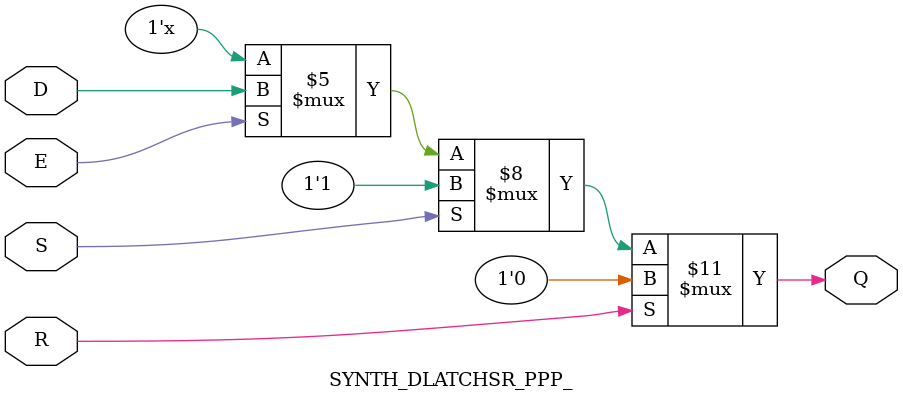
<source format=v>
/*
 *  yosys -- Yosys Open SYnthesis Suite
 *
 *  Copyright (C) 2012  Claire Xenia Wolf <claire@yosyshq.com>
 *
 *  Permission to use, copy, modify, and/or distribute this software for any
 *  purpose with or without fee is hereby granted, provided that the above
 *  copyright notice and this permission notice appear in all copies.
 *
 *  THE SOFTWARE IS PROVIDED "AS IS" AND THE AUTHOR DISCLAIMS ALL WARRANTIES
 *  WITH REGARD TO THIS SOFTWARE INCLUDING ALL IMPLIED WARRANTIES OF
 *  MERCHANTABILITY AND FITNESS. IN NO EVENT SHALL THE AUTHOR BE LIABLE FOR
 *  ANY SPECIAL, DIRECT, INDIRECT, OR CONSEQUENTIAL DAMAGES OR ANY DAMAGES
 *  WHATSOEVER RESULTING FROM LOSS OF USE, DATA OR PROFITS, WHETHER IN AN
 *  ACTION OF CONTRACT, NEGLIGENCE OR OTHER TORTIOUS ACTION, ARISING OUT OF
 *  OR IN CONNECTION WITH THE USE OR PERFORMANCE OF THIS SOFTWARE.
 *
 *  ---
 *
 *  The internal logic cell simulation library.
 *
 *  This Verilog library contains simple simulation models for the internal
 *  logic cells ($_NOT_ , $_AND_ , ...) that are generated by the default technology
 *  mapper (see "techmap.v" in this directory) and expected by the "abc" pass.
 *
 */

//  |---v---|---v---|---v---|---v---|---v---|---v---|---v---|---v---|---v---|---v---|
//-
//-     $_BUF_ (A, Y)
//-
//- A buffer. This cell type is always optimized away by the opt_clean pass.
//-
//- Truth table:    A | Y
//-                ---+---
//-                 0 | 0
//-                 1 | 1
//-
module SYNTH_BUF_ (A, Y);
input A;
output Y;
assign Y = A;
endmodule

//  |---v---|---v---|---v---|---v---|---v---|---v---|---v---|---v---|---v---|---v---|
//-
//-     $_NOT_ (A, Y)
//-
//- An inverter gate.
//-
//- Truth table:    A | Y
//-                ---+---
//-                 0 | 1
//-                 1 | 0
//-
module SYNTH_NOT_ (A, Y);
input A;
output Y;
assign Y = ~A;
endmodule

//  |---v---|---v---|---v---|---v---|---v---|---v---|---v---|---v---|---v---|---v---|
//-
//-     $_AND_ (A, B, Y)
//-
//- A 2-input AND gate.
//-
//- Truth table:    A B | Y
//-                -----+---
//-                 0 0 | 0
//-                 0 1 | 0
//-                 1 0 | 0
//-                 1 1 | 1
//-
module SYNTH_AND_ (A, B, Y);
input A, B;
output Y;
assign Y = A & B;
endmodule

//  |---v---|---v---|---v---|---v---|---v---|---v---|---v---|---v---|---v---|---v---|
//-
//-     $_NAND_ (A, B, Y)
//-
//- A 2-input NAND gate.
//-
//- Truth table:    A B | Y
//-                -----+---
//-                 0 0 | 1
//-                 0 1 | 1
//-                 1 0 | 1
//-                 1 1 | 0
//-
module SYNTH_NAND_ (A, B, Y);
input A, B;
output Y;
assign Y = ~(A & B);
endmodule

//  |---v---|---v---|---v---|---v---|---v---|---v---|---v---|---v---|---v---|---v---|
//-
//-     $_OR_ (A, B, Y)
//-
//- A 2-input OR gate.
//-
//- Truth table:    A B | Y
//-                -----+---
//-                 0 0 | 0
//-                 0 1 | 1
//-                 1 0 | 1
//-                 1 1 | 1
//-
module SYNTH_OR_ (A, B, Y);
input A, B;
output Y;
assign Y = A | B;
endmodule

//  |---v---|---v---|---v---|---v---|---v---|---v---|---v---|---v---|---v---|---v---|
//-
//-     $_NOR_ (A, B, Y)
//-
//- A 2-input NOR gate.
//-
//- Truth table:    A B | Y
//-                -----+---
//-                 0 0 | 1
//-                 0 1 | 0
//-                 1 0 | 0
//-                 1 1 | 0
//-
module SYNTH_NOR_ (A, B, Y);
input A, B;
output Y;
assign Y = ~(A | B);
endmodule

//  |---v---|---v---|---v---|---v---|---v---|---v---|---v---|---v---|---v---|---v---|
//-
//-     $_XOR_ (A, B, Y)
//-
//- A 2-input XOR gate.
//-
//- Truth table:    A B | Y
//-                -----+---
//-                 0 0 | 0
//-                 0 1 | 1
//-                 1 0 | 1
//-                 1 1 | 0
//-
module SYNTH_XOR_ (A, B, Y);
input A, B;
output Y;
assign Y = A ^ B;
endmodule

//  |---v---|---v---|---v---|---v---|---v---|---v---|---v---|---v---|---v---|---v---|
//-
//-     $_XNOR_ (A, B, Y)
//-
//- A 2-input XNOR gate.
//-
//- Truth table:    A B | Y
//-                -----+---
//-                 0 0 | 1
//-                 0 1 | 0
//-                 1 0 | 0
//-                 1 1 | 1
//-
module SYNTH_XNOR_ (A, B, Y);
input A, B;
output Y;
assign Y = ~(A ^ B);
endmodule

//  |---v---|---v---|---v---|---v---|---v---|---v---|---v---|---v---|---v---|---v---|
//-
//-     $_ANDNOT_ (A, B, Y)
//-
//- A 2-input AND-NOT gate.
//-
//- Truth table:    A B | Y
//-                -----+---
//-                 0 0 | 0
//-                 0 1 | 0
//-                 1 0 | 1
//-                 1 1 | 0
//-
module SYNTH_ANDNOT_ (A, B, Y);
input A, B;
output Y;
assign Y = A & (~B);
endmodule

//  |---v---|---v---|---v---|---v---|---v---|---v---|---v---|---v---|---v---|---v---|
//-
//-     $_ORNOT_ (A, B, Y)
//-
//- A 2-input OR-NOT gate.
//-
//- Truth table:    A B | Y
//-                -----+---
//-                 0 0 | 1
//-                 0 1 | 0
//-                 1 0 | 1
//-                 1 1 | 1
//-
module SYNTH_ORNOT_ (A, B, Y);
input A, B;
output Y;
assign Y = A | (~B);
endmodule

//  |---v---|---v---|---v---|---v---|---v---|---v---|---v---|---v---|---v---|---v---|
//-
//-     $_MUX_ (A, B, S, Y)
//-
//- A 2-input MUX gate.
//-
//- Truth table:    A B S | Y
//-                -------+---
//-                 a - 0 | a
//-                 - b 1 | b
//-
module SYNTH_MUX_ (A, B, S, Y);
input A, B, S;
output Y;
assign Y = S ? B : A;
endmodule

//  |---v---|---v---|---v---|---v---|---v---|---v---|---v---|---v---|---v---|---v---|
//-
//-     $_NMUX_ (A, B, S, Y)
//-
//- A 2-input inverting MUX gate.
//-
//- Truth table:    A B S | Y
//-                -------+---
//-                 0 - 0 | 1
//-                 1 - 0 | 0
//-                 - 0 1 | 1
//-                 - 1 1 | 0
//-
module SYNTH_NMUX_ (A, B, S, Y);
input A, B, S;
output Y;
assign Y = S ? !B : !A;
endmodule

//  |---v---|---v---|---v---|---v---|---v---|---v---|---v---|---v---|---v---|---v---|
//-
//-     $_MUX4_ (A, B, C, D, S, T, Y)
//-
//- A 4-input MUX gate.
//-
//- Truth table:    A B C D S T | Y
//-                -------------+---
//-                 a - - - 0 0 | a
//-                 - b - - 1 0 | b
//-                 - - c - 0 1 | c
//-                 - - - d 1 1 | d
//-
module SYNTH_MUX4_ (A, B, C, D, S, T, Y);
input A, B, C, D, S, T;
output Y;
assign Y = T ? (S ? D : C) :
               (S ? B : A);
endmodule

//  |---v---|---v---|---v---|---v---|---v---|---v---|---v---|---v---|---v---|---v---|
//-
//-     $_MUX8_ (A, B, C, D, E, F, G, H, S, T, U, Y)
//-
//- An 8-input MUX gate.
//-
//- Truth table:    A B C D E F G H S T U | Y
//-                -----------------------+---
//-                 a - - - - - - - 0 0 0 | a
//-                 - b - - - - - - 1 0 0 | b
//-                 - - c - - - - - 0 1 0 | c
//-                 - - - d - - - - 1 1 0 | d
//-                 - - - - e - - - 0 0 1 | e
//-                 - - - - - f - - 1 0 1 | f
//-                 - - - - - - g - 0 1 1 | g
//-                 - - - - - - - h 1 1 1 | h
//-
module SYNTH_MUX8_ (A, B, C, D, E, F, G, H, S, T, U, Y);
input A, B, C, D, E, F, G, H, S, T, U;
output Y;
assign Y = U ? T ? (S ? H : G) :
                   (S ? F : E) :
               T ? (S ? D : C) :
                   (S ? B : A);
endmodule

//  |---v---|---v---|---v---|---v---|---v---|---v---|---v---|---v---|---v---|---v---|
//-
//-     $_MUX16_ (A, B, C, D, E, F, G, H, I, J, K, L, M, N, O, P, S, T, U, V, Y)
//-
//- A 16-input MUX gate.
//-
//- Truth table:    A B C D E F G H I J K L M N O P S T U V | Y
//-                -----------------------------------------+---
//-                 a - - - - - - - - - - - - - - - 0 0 0 0 | a
//-                 - b - - - - - - - - - - - - - - 1 0 0 0 | b
//-                 - - c - - - - - - - - - - - - - 0 1 0 0 | c
//-                 - - - d - - - - - - - - - - - - 1 1 0 0 | d
//-                 - - - - e - - - - - - - - - - - 0 0 1 0 | e
//-                 - - - - - f - - - - - - - - - - 1 0 1 0 | f
//-                 - - - - - - g - - - - - - - - - 0 1 1 0 | g
//-                 - - - - - - - h - - - - - - - - 1 1 1 0 | h
//-                 - - - - - - - - i - - - - - - - 0 0 0 1 | i
//-                 - - - - - - - - - j - - - - - - 1 0 0 1 | j
//-                 - - - - - - - - - - k - - - - - 0 1 0 1 | k
//-                 - - - - - - - - - - - l - - - - 1 1 0 1 | l
//-                 - - - - - - - - - - - - m - - - 0 0 1 1 | m
//-                 - - - - - - - - - - - - - n - - 1 0 1 1 | n
//-                 - - - - - - - - - - - - - - o - 0 1 1 1 | o
//-                 - - - - - - - - - - - - - - - p 1 1 1 1 | p
//-
module SYNTH_MUX16_ (A, B, C, D, E, F, G, H, I, J, K, L, M, N, O, P, S, T, U, V, Y);
input A, B, C, D, E, F, G, H, I, J, K, L, M, N, O, P, S, T, U, V;
output Y;
assign Y = V ? U ? T ? (S ? P : O) :
                       (S ? N : M) :
                   T ? (S ? L : K) :
                       (S ? J : I) :
               U ? T ? (S ? H : G) :
                       (S ? F : E) :
                   T ? (S ? D : C) :
                       (S ? B : A);
endmodule

//  |---v---|---v---|---v---|---v---|---v---|---v---|---v---|---v---|---v---|---v---|
//-
//-     $_AOI3_ (A, B, C, Y)
//-
//- A 3-input And-Or-Invert gate.
//-
//- Truth table:    A B C | Y
//-                -------+---
//-                 0 0 0 | 1
//-                 0 0 1 | 0
//-                 0 1 0 | 1
//-                 0 1 1 | 0
//-                 1 0 0 | 1
//-                 1 0 1 | 0
//-                 1 1 0 | 0
//-                 1 1 1 | 0
//-
module SYNTH_AOI3_ (A, B, C, Y);
input A, B, C;
output Y;
assign Y = ~((A & B) | C);
endmodule

//  |---v---|---v---|---v---|---v---|---v---|---v---|---v---|---v---|---v---|---v---|
//-
//-     $_OAI3_ (A, B, C, Y)
//-
//- A 3-input Or-And-Invert gate.
//-
//- Truth table:    A B C | Y
//-                -------+---
//-                 0 0 0 | 1
//-                 0 0 1 | 1
//-                 0 1 0 | 1
//-                 0 1 1 | 0
//-                 1 0 0 | 1
//-                 1 0 1 | 0
//-                 1 1 0 | 1
//-                 1 1 1 | 0
//-
module SYNTH_OAI3_ (A, B, C, Y);
input A, B, C;
output Y;
assign Y = ~((A | B) & C);
endmodule

//  |---v---|---v---|---v---|---v---|---v---|---v---|---v---|---v---|---v---|---v---|
//-
//-     $_AOI4_ (A, B, C, Y)
//-
//- A 4-input And-Or-Invert gate.
//-
//- Truth table:    A B C D | Y
//-                ---------+---
//-                 0 0 0 0 | 1
//-                 0 0 0 1 | 1
//-                 0 0 1 0 | 1
//-                 0 0 1 1 | 0
//-                 0 1 0 0 | 1
//-                 0 1 0 1 | 1
//-                 0 1 1 0 | 1
//-                 0 1 1 1 | 0
//-                 1 0 0 0 | 1
//-                 1 0 0 1 | 1
//-                 1 0 1 0 | 1
//-                 1 0 1 1 | 0
//-                 1 1 0 0 | 0
//-                 1 1 0 1 | 0
//-                 1 1 1 0 | 0
//-                 1 1 1 1 | 0
//-
module SYNTH_AOI4_ (A, B, C, D, Y);
input A, B, C, D;
output Y;
assign Y = ~((A & B) | (C & D));
endmodule

//  |---v---|---v---|---v---|---v---|---v---|---v---|---v---|---v---|---v---|---v---|
//-
//-     $_OAI4_ (A, B, C, Y)
//-
//- A 4-input Or-And-Invert gate.
//-
//- Truth table:    A B C D | Y
//-                ---------+---
//-                 0 0 0 0 | 1
//-                 0 0 0 1 | 1
//-                 0 0 1 0 | 1
//-                 0 0 1 1 | 1
//-                 0 1 0 0 | 1
//-                 0 1 0 1 | 0
//-                 0 1 1 0 | 0
//-                 0 1 1 1 | 0
//-                 1 0 0 0 | 1
//-                 1 0 0 1 | 0
//-                 1 0 1 0 | 0
//-                 1 0 1 1 | 0
//-                 1 1 0 0 | 1
//-                 1 1 0 1 | 0
//-                 1 1 1 0 | 0
//-                 1 1 1 1 | 0
//-
module SYNTH_OAI4_ (A, B, C, D, Y);
input A, B, C, D;
output Y;
assign Y = ~((A | B) & (C | D));
endmodule

//  |---v---|---v---|---v---|---v---|---v---|---v---|---v---|---v---|---v---|---v---|
//-
//-     $_TBUF_ (A, E, Y)
//-
//- A tri-state buffer.
//-
//- Truth table:    A E | Y
//-                -----+---
//-                 a 1 | a
//-                 - 0 | z
//-
module SYNTH_TBUF_ (A, E, Y);
input A, E;
output Y;
assign Y = E ? A : 1'bz;
endmodule

// NOTE: the following cell types are autogenerated.  DO NOT EDIT them manually,
// instead edit the templates in gen_ff_types.py and rerun it.

// START AUTOGENERATED CELL TYPES

//  |---v---|---v---|---v---|---v---|---v---|---v---|---v---|---v---|---v---|---v---|
//-
//-     $_SR_NN_ (S, R, Q)
//-
//- A set-reset latch with negative polarity SET and negative polarity RESET.
//-
//- Truth table:    S R | Q
//-                -----+---
//-                 - 0 | 0
//-                 0 - | 1
//-                 - - | q
//-
module SYNTH_SR_NN_ (S, R, Q);
input S, R;
output reg Q;
always @* begin
	if (R == 0)
		Q <= 0;
	else if (S == 0)
		Q <= 1;
end
endmodule

//  |---v---|---v---|---v---|---v---|---v---|---v---|---v---|---v---|---v---|---v---|
//-
//-     $_SR_NP_ (S, R, Q)
//-
//- A set-reset latch with negative polarity SET and positive polarity RESET.
//-
//- Truth table:    S R | Q
//-                -----+---
//-                 - 1 | 0
//-                 0 - | 1
//-                 - - | q
//-
module SYNTH_SR_NP_ (S, R, Q);
input S, R;
output reg Q;
always @* begin
	if (R == 1)
		Q <= 0;
	else if (S == 0)
		Q <= 1;
end
endmodule

//  |---v---|---v---|---v---|---v---|---v---|---v---|---v---|---v---|---v---|---v---|
//-
//-     $_SR_PN_ (S, R, Q)
//-
//- A set-reset latch with positive polarity SET and negative polarity RESET.
//-
//- Truth table:    S R | Q
//-                -----+---
//-                 - 0 | 0
//-                 1 - | 1
//-                 - - | q
//-
module SYNTH_SR_PN_ (S, R, Q);
input S, R;
output reg Q;
always @* begin
	if (R == 0)
		Q <= 0;
	else if (S == 1)
		Q <= 1;
end
endmodule

//  |---v---|---v---|---v---|---v---|---v---|---v---|---v---|---v---|---v---|---v---|
//-
//-     $_SR_PP_ (S, R, Q)
//-
//- A set-reset latch with positive polarity SET and positive polarity RESET.
//-
//- Truth table:    S R | Q
//-                -----+---
//-                 - 1 | 0
//-                 1 - | 1
//-                 - - | q
//-
module SYNTH_SR_PP_ (S, R, Q);
input S, R;
output reg Q;
always @* begin
	if (R == 1)
		Q <= 0;
	else if (S == 1)
		Q <= 1;
end
endmodule

`ifdef SIMCELLS_FF
//  |---v---|---v---|---v---|---v---|---v---|---v---|---v---|---v---|---v---|---v---|
//-
//-     $_FF_ (D, Q)
//-
//- A D-type flip-flop that is clocked from the implicit global clock. (This cell
//- type is usually only used in netlists for formal verification.)
//-
module SYNTH_FF_ (D, Q);
input D;
output reg Q;
always @($global_clock) begin
	Q <= D;
end
endmodule
`endif

//  |---v---|---v---|---v---|---v---|---v---|---v---|---v---|---v---|---v---|---v---|
//-
//-     $_DFF_N_ (D, C, Q)
//-
//- A negative edge D-type flip-flop.
//-
//- Truth table:    D C | Q
//-                -----+---
//-                 d \ | d
//-                 - - | q
//-
module SYNTH_DFF_N_ (D, C, Q);
input D, C;
output reg Q;
always @(negedge C) begin
	Q <= D;
end
endmodule

//  |---v---|---v---|---v---|---v---|---v---|---v---|---v---|---v---|---v---|---v---|
//-
//-     $_DFF_P_ (D, C, Q)
//-
//- A positive edge D-type flip-flop.
//-
//- Truth table:    D C | Q
//-                -----+---
//-                 d / | d
//-                 - - | q
//-
module SYNTH_DFF_P_ (D, C, Q);
input D, C;
output reg Q;
always @(posedge C) begin
	Q <= D;
end
endmodule

//  |---v---|---v---|---v---|---v---|---v---|---v---|---v---|---v---|---v---|---v---|
//-
//-     $_DFFE_NN_ (D, C, E, Q)
//-
//- A negative edge D-type flip-flop with negative polarity enable.
//-
//- Truth table:    D C E | Q
//-                -------+---
//-                 d \ 0 | d
//-                 - - - | q
//-
module SYNTH_DFFE_NN_ (D, C, E, Q);
input D, C, E;
output reg Q;
always @(negedge C) begin
	if (!E) Q <= D;
end
endmodule

//  |---v---|---v---|---v---|---v---|---v---|---v---|---v---|---v---|---v---|---v---|
//-
//-     $_DFFE_NP_ (D, C, E, Q)
//-
//- A negative edge D-type flip-flop with positive polarity enable.
//-
//- Truth table:    D C E | Q
//-                -------+---
//-                 d \ 1 | d
//-                 - - - | q
//-
module SYNTH_DFFE_NP_ (D, C, E, Q);
input D, C, E;
output reg Q;
always @(negedge C) begin
	if (E) Q <= D;
end
endmodule

//  |---v---|---v---|---v---|---v---|---v---|---v---|---v---|---v---|---v---|---v---|
//-
//-     $_DFFE_PN_ (D, C, E, Q)
//-
//- A positive edge D-type flip-flop with negative polarity enable.
//-
//- Truth table:    D C E | Q
//-                -------+---
//-                 d / 0 | d
//-                 - - - | q
//-
module SYNTH_DFFE_PN_ (D, C, E, Q);
input D, C, E;
output reg Q;
always @(posedge C) begin
	if (!E) Q <= D;
end
endmodule

//  |---v---|---v---|---v---|---v---|---v---|---v---|---v---|---v---|---v---|---v---|
//-
//-     $_DFFE_PP_ (D, C, E, Q)
//-
//- A positive edge D-type flip-flop with positive polarity enable.
//-
//- Truth table:    D C E | Q
//-                -------+---
//-                 d / 1 | d
//-                 - - - | q
//-
module SYNTH_DFFE_PP_ (D, C, E, Q);
input D, C, E;
output reg Q;
always @(posedge C) begin
	if (E) Q <= D;
end
endmodule

//  |---v---|---v---|---v---|---v---|---v---|---v---|---v---|---v---|---v---|---v---|
//-
//-     $_DFF_NN0_ (D, C, R, Q)
//-
//- A negative edge D-type flip-flop with negative polarity reset.
//-
//- Truth table:    D C R | Q
//-                -------+---
//-                 - - 0 | 0
//-                 d \ - | d
//-                 - - - | q
//-
module SYNTH_DFF_NN0_ (D, C, R, Q);
input D, C, R;
output reg Q;
always @(negedge C or negedge R) begin
	if (R == 0)
		Q <= 0;
	else
		Q <= D;
end
endmodule

//  |---v---|---v---|---v---|---v---|---v---|---v---|---v---|---v---|---v---|---v---|
//-
//-     $_DFF_NN1_ (D, C, R, Q)
//-
//- A negative edge D-type flip-flop with negative polarity set.
//-
//- Truth table:    D C R | Q
//-                -------+---
//-                 - - 0 | 1
//-                 d \ - | d
//-                 - - - | q
//-
module SYNTH_DFF_NN1_ (D, C, R, Q);
input D, C, R;
output reg Q;
always @(negedge C or negedge R) begin
	if (R == 0)
		Q <= 1;
	else
		Q <= D;
end
endmodule

//  |---v---|---v---|---v---|---v---|---v---|---v---|---v---|---v---|---v---|---v---|
//-
//-     $_DFF_NP0_ (D, C, R, Q)
//-
//- A negative edge D-type flip-flop with positive polarity reset.
//-
//- Truth table:    D C R | Q
//-                -------+---
//-                 - - 1 | 0
//-                 d \ - | d
//-                 - - - | q
//-
module SYNTH_DFF_NP0_ (D, C, R, Q);
input D, C, R;
output reg Q;
always @(negedge C or posedge R) begin
	if (R == 1)
		Q <= 0;
	else
		Q <= D;
end
endmodule

//  |---v---|---v---|---v---|---v---|---v---|---v---|---v---|---v---|---v---|---v---|
//-
//-     $_DFF_NP1_ (D, C, R, Q)
//-
//- A negative edge D-type flip-flop with positive polarity set.
//-
//- Truth table:    D C R | Q
//-                -------+---
//-                 - - 1 | 1
//-                 d \ - | d
//-                 - - - | q
//-
module SYNTH_DFF_NP1_ (D, C, R, Q);
input D, C, R;
output reg Q;
always @(negedge C or posedge R) begin
	if (R == 1)
		Q <= 1;
	else
		Q <= D;
end
endmodule

//  |---v---|---v---|---v---|---v---|---v---|---v---|---v---|---v---|---v---|---v---|
//-
//-     $_DFF_PN0_ (D, C, R, Q)
//-
//- A positive edge D-type flip-flop with negative polarity reset.
//-
//- Truth table:    D C R | Q
//-                -------+---
//-                 - - 0 | 0
//-                 d / - | d
//-                 - - - | q
//-
module SYNTH_DFF_PN0_ (D, C, R, Q);
input D, C, R;
output reg Q;
always @(posedge C or negedge R) begin
	if (R == 0)
		Q <= 0;
	else
		Q <= D;
end
endmodule

//  |---v---|---v---|---v---|---v---|---v---|---v---|---v---|---v---|---v---|---v---|
//-
//-     $_DFF_PN1_ (D, C, R, Q)
//-
//- A positive edge D-type flip-flop with negative polarity set.
//-
//- Truth table:    D C R | Q
//-                -------+---
//-                 - - 0 | 1
//-                 d / - | d
//-                 - - - | q
//-
module SYNTH_DFF_PN1_ (D, C, R, Q);
input D, C, R;
output reg Q;
always @(posedge C or negedge R) begin
	if (R == 0)
		Q <= 1;
	else
		Q <= D;
end
endmodule

//  |---v---|---v---|---v---|---v---|---v---|---v---|---v---|---v---|---v---|---v---|
//-
//-     $_DFF_PP0_ (D, C, R, Q)
//-
//- A positive edge D-type flip-flop with positive polarity reset.
//-
//- Truth table:    D C R | Q
//-                -------+---
//-                 - - 1 | 0
//-                 d / - | d
//-                 - - - | q
//-
module SYNTH_DFF_PP0_ (D, C, R, Q);
input D, C, R;
output reg Q;
always @(posedge C or posedge R) begin
	if (R == 1)
		Q <= 0;
	else
		Q <= D;
end
endmodule

//  |---v---|---v---|---v---|---v---|---v---|---v---|---v---|---v---|---v---|---v---|
//-
//-     $_DFF_PP1_ (D, C, R, Q)
//-
//- A positive edge D-type flip-flop with positive polarity set.
//-
//- Truth table:    D C R | Q
//-                -------+---
//-                 - - 1 | 1
//-                 d / - | d
//-                 - - - | q
//-
module SYNTH_DFF_PP1_ (D, C, R, Q);
input D, C, R;
output reg Q;
always @(posedge C or posedge R) begin
	if (R == 1)
		Q <= 1;
	else
		Q <= D;
end
endmodule

//  |---v---|---v---|---v---|---v---|---v---|---v---|---v---|---v---|---v---|---v---|
//-
//-     $_DFFE_NN0N_ (D, C, R, E, Q)
//-
//- A negative edge D-type flip-flop with negative polarity reset and negative
//- polarity clock enable.
//-
//- Truth table:    D C R E | Q
//-                ---------+---
//-                 - - 0 - | 0
//-                 d \ - 0 | d
//-                 - - - - | q
//-
module SYNTH_DFFE_NN0N_ (D, C, R, E, Q);
input D, C, R, E;
output reg Q;
always @(negedge C or negedge R) begin
	if (R == 0)
		Q <= 0;
	else if (E == 0)
		Q <= D;
end
endmodule

//  |---v---|---v---|---v---|---v---|---v---|---v---|---v---|---v---|---v---|---v---|
//-
//-     $_DFFE_NN0P_ (D, C, R, E, Q)
//-
//- A negative edge D-type flip-flop with negative polarity reset and positive
//- polarity clock enable.
//-
//- Truth table:    D C R E | Q
//-                ---------+---
//-                 - - 0 - | 0
//-                 d \ - 1 | d
//-                 - - - - | q
//-
module SYNTH_DFFE_NN0P_ (D, C, R, E, Q);
input D, C, R, E;
output reg Q;
always @(negedge C or negedge R) begin
	if (R == 0)
		Q <= 0;
	else if (E == 1)
		Q <= D;
end
endmodule

//  |---v---|---v---|---v---|---v---|---v---|---v---|---v---|---v---|---v---|---v---|
//-
//-     $_DFFE_NN1N_ (D, C, R, E, Q)
//-
//- A negative edge D-type flip-flop with negative polarity set and negative
//- polarity clock enable.
//-
//- Truth table:    D C R E | Q
//-                ---------+---
//-                 - - 0 - | 1
//-                 d \ - 0 | d
//-                 - - - - | q
//-
module SYNTH_DFFE_NN1N_ (D, C, R, E, Q);
input D, C, R, E;
output reg Q;
always @(negedge C or negedge R) begin
	if (R == 0)
		Q <= 1;
	else if (E == 0)
		Q <= D;
end
endmodule

//  |---v---|---v---|---v---|---v---|---v---|---v---|---v---|---v---|---v---|---v---|
//-
//-     $_DFFE_NN1P_ (D, C, R, E, Q)
//-
//- A negative edge D-type flip-flop with negative polarity set and positive
//- polarity clock enable.
//-
//- Truth table:    D C R E | Q
//-                ---------+---
//-                 - - 0 - | 1
//-                 d \ - 1 | d
//-                 - - - - | q
//-
module SYNTH_DFFE_NN1P_ (D, C, R, E, Q);
input D, C, R, E;
output reg Q;
always @(negedge C or negedge R) begin
	if (R == 0)
		Q <= 1;
	else if (E == 1)
		Q <= D;
end
endmodule

//  |---v---|---v---|---v---|---v---|---v---|---v---|---v---|---v---|---v---|---v---|
//-
//-     $_DFFE_NP0N_ (D, C, R, E, Q)
//-
//- A negative edge D-type flip-flop with positive polarity reset and negative
//- polarity clock enable.
//-
//- Truth table:    D C R E | Q
//-                ---------+---
//-                 - - 1 - | 0
//-                 d \ - 0 | d
//-                 - - - - | q
//-
module SYNTH_DFFE_NP0N_ (D, C, R, E, Q);
input D, C, R, E;
output reg Q;
always @(negedge C or posedge R) begin
	if (R == 1)
		Q <= 0;
	else if (E == 0)
		Q <= D;
end
endmodule

//  |---v---|---v---|---v---|---v---|---v---|---v---|---v---|---v---|---v---|---v---|
//-
//-     $_DFFE_NP0P_ (D, C, R, E, Q)
//-
//- A negative edge D-type flip-flop with positive polarity reset and positive
//- polarity clock enable.
//-
//- Truth table:    D C R E | Q
//-                ---------+---
//-                 - - 1 - | 0
//-                 d \ - 1 | d
//-                 - - - - | q
//-
module SYNTH_DFFE_NP0P_ (D, C, R, E, Q);
input D, C, R, E;
output reg Q;
always @(negedge C or posedge R) begin
	if (R == 1)
		Q <= 0;
	else if (E == 1)
		Q <= D;
end
endmodule

//  |---v---|---v---|---v---|---v---|---v---|---v---|---v---|---v---|---v---|---v---|
//-
//-     $_DFFE_NP1N_ (D, C, R, E, Q)
//-
//- A negative edge D-type flip-flop with positive polarity set and negative
//- polarity clock enable.
//-
//- Truth table:    D C R E | Q
//-                ---------+---
//-                 - - 1 - | 1
//-                 d \ - 0 | d
//-                 - - - - | q
//-
module SYNTH_DFFE_NP1N_ (D, C, R, E, Q);
input D, C, R, E;
output reg Q;
always @(negedge C or posedge R) begin
	if (R == 1)
		Q <= 1;
	else if (E == 0)
		Q <= D;
end
endmodule

//  |---v---|---v---|---v---|---v---|---v---|---v---|---v---|---v---|---v---|---v---|
//-
//-     $_DFFE_NP1P_ (D, C, R, E, Q)
//-
//- A negative edge D-type flip-flop with positive polarity set and positive
//- polarity clock enable.
//-
//- Truth table:    D C R E | Q
//-                ---------+---
//-                 - - 1 - | 1
//-                 d \ - 1 | d
//-                 - - - - | q
//-
module SYNTH_DFFE_NP1P_ (D, C, R, E, Q);
input D, C, R, E;
output reg Q;
always @(negedge C or posedge R) begin
	if (R == 1)
		Q <= 1;
	else if (E == 1)
		Q <= D;
end
endmodule

//  |---v---|---v---|---v---|---v---|---v---|---v---|---v---|---v---|---v---|---v---|
//-
//-     $_DFFE_PN0N_ (D, C, R, E, Q)
//-
//- A positive edge D-type flip-flop with negative polarity reset and negative
//- polarity clock enable.
//-
//- Truth table:    D C R E | Q
//-                ---------+---
//-                 - - 0 - | 0
//-                 d / - 0 | d
//-                 - - - - | q
//-
module SYNTH_DFFE_PN0N_ (D, C, R, E, Q);
input D, C, R, E;
output reg Q;
always @(posedge C or negedge R) begin
	if (R == 0)
		Q <= 0;
	else if (E == 0)
		Q <= D;
end
endmodule

//  |---v---|---v---|---v---|---v---|---v---|---v---|---v---|---v---|---v---|---v---|
//-
//-     $_DFFE_PN0P_ (D, C, R, E, Q)
//-
//- A positive edge D-type flip-flop with negative polarity reset and positive
//- polarity clock enable.
//-
//- Truth table:    D C R E | Q
//-                ---------+---
//-                 - - 0 - | 0
//-                 d / - 1 | d
//-                 - - - - | q
//-
module SYNTH_DFFE_PN0P_ (D, C, R, E, Q);
input D, C, R, E;
output reg Q;
always @(posedge C or negedge R) begin
	if (R == 0)
		Q <= 0;
	else if (E == 1)
		Q <= D;
end
endmodule

//  |---v---|---v---|---v---|---v---|---v---|---v---|---v---|---v---|---v---|---v---|
//-
//-     $_DFFE_PN1N_ (D, C, R, E, Q)
//-
//- A positive edge D-type flip-flop with negative polarity set and negative
//- polarity clock enable.
//-
//- Truth table:    D C R E | Q
//-                ---------+---
//-                 - - 0 - | 1
//-                 d / - 0 | d
//-                 - - - - | q
//-
module SYNTH_DFFE_PN1N_ (D, C, R, E, Q);
input D, C, R, E;
output reg Q;
always @(posedge C or negedge R) begin
	if (R == 0)
		Q <= 1;
	else if (E == 0)
		Q <= D;
end
endmodule

//  |---v---|---v---|---v---|---v---|---v---|---v---|---v---|---v---|---v---|---v---|
//-
//-     $_DFFE_PN1P_ (D, C, R, E, Q)
//-
//- A positive edge D-type flip-flop with negative polarity set and positive
//- polarity clock enable.
//-
//- Truth table:    D C R E | Q
//-                ---------+---
//-                 - - 0 - | 1
//-                 d / - 1 | d
//-                 - - - - | q
//-
module SYNTH_DFFE_PN1P_ (D, C, R, E, Q);
input D, C, R, E;
output reg Q;
always @(posedge C or negedge R) begin
	if (R == 0)
		Q <= 1;
	else if (E == 1)
		Q <= D;
end
endmodule

//  |---v---|---v---|---v---|---v---|---v---|---v---|---v---|---v---|---v---|---v---|
//-
//-     $_DFFE_PP0N_ (D, C, R, E, Q)
//-
//- A positive edge D-type flip-flop with positive polarity reset and negative
//- polarity clock enable.
//-
//- Truth table:    D C R E | Q
//-                ---------+---
//-                 - - 1 - | 0
//-                 d / - 0 | d
//-                 - - - - | q
//-
module SYNTH_DFFE_PP0N_ (D, C, R, E, Q);
input D, C, R, E;
output reg Q;
always @(posedge C or posedge R) begin
	if (R == 1)
		Q <= 0;
	else if (E == 0)
		Q <= D;
end
endmodule

//  |---v---|---v---|---v---|---v---|---v---|---v---|---v---|---v---|---v---|---v---|
//-
//-     $_DFFE_PP0P_ (D, C, R, E, Q)
//-
//- A positive edge D-type flip-flop with positive polarity reset and positive
//- polarity clock enable.
//-
//- Truth table:    D C R E | Q
//-                ---------+---
//-                 - - 1 - | 0
//-                 d / - 1 | d
//-                 - - - - | q
//-
module SYNTH_DFFE_PP0P_ (D, C, R, E, Q);
input D, C, R, E;
output reg Q;
always @(posedge C or posedge R) begin
	if (R == 1)
		Q <= 0;
	else if (E == 1)
		Q <= D;
end
endmodule

//  |---v---|---v---|---v---|---v---|---v---|---v---|---v---|---v---|---v---|---v---|
//-
//-     $_DFFE_PP1N_ (D, C, R, E, Q)
//-
//- A positive edge D-type flip-flop with positive polarity set and negative
//- polarity clock enable.
//-
//- Truth table:    D C R E | Q
//-                ---------+---
//-                 - - 1 - | 1
//-                 d / - 0 | d
//-                 - - - - | q
//-
module SYNTH_DFFE_PP1N_ (D, C, R, E, Q);
input D, C, R, E;
output reg Q;
always @(posedge C or posedge R) begin
	if (R == 1)
		Q <= 1;
	else if (E == 0)
		Q <= D;
end
endmodule

//  |---v---|---v---|---v---|---v---|---v---|---v---|---v---|---v---|---v---|---v---|
//-
//-     $_DFFE_PP1P_ (D, C, R, E, Q)
//-
//- A positive edge D-type flip-flop with positive polarity set and positive
//- polarity clock enable.
//-
//- Truth table:    D C R E | Q
//-                ---------+---
//-                 - - 1 - | 1
//-                 d / - 1 | d
//-                 - - - - | q
//-
module SYNTH_DFFE_PP1P_ (D, C, R, E, Q);
input D, C, R, E;
output reg Q;
always @(posedge C or posedge R) begin
	if (R == 1)
		Q <= 1;
	else if (E == 1)
		Q <= D;
end
endmodule

//  |---v---|---v---|---v---|---v---|---v---|---v---|---v---|---v---|---v---|---v---|
//-
//-     $_DFFSR_NNN_ (C, S, R, D, Q)
//-
//- A negative edge D-type flip-flop with negative polarity set and negative
//- polarity reset.
//-
//- Truth table:    C S R D | Q
//-                ---------+---
//-                 - - 0 - | 0
//-                 - 0 - - | 1
//-                 \ - - d | d
//-                 - - - - | q
//-
module SYNTH_DFFSR_NNN_ (C, S, R, D, Q);
input C, S, R, D;
output reg Q;
always @(negedge C, negedge S, negedge R) begin
	if (R == 0)
		Q <= 0;
	else if (S == 0)
		Q <= 1;
	else
		Q <= D;
end
endmodule

//  |---v---|---v---|---v---|---v---|---v---|---v---|---v---|---v---|---v---|---v---|
//-
//-     $_DFFSR_NNP_ (C, S, R, D, Q)
//-
//- A negative edge D-type flip-flop with negative polarity set and positive
//- polarity reset.
//-
//- Truth table:    C S R D | Q
//-                ---------+---
//-                 - - 1 - | 0
//-                 - 0 - - | 1
//-                 \ - - d | d
//-                 - - - - | q
//-
module SYNTH_DFFSR_NNP_ (C, S, R, D, Q);
input C, S, R, D;
output reg Q;
always @(negedge C, negedge S, posedge R) begin
	if (R == 1)
		Q <= 0;
	else if (S == 0)
		Q <= 1;
	else
		Q <= D;
end
endmodule

//  |---v---|---v---|---v---|---v---|---v---|---v---|---v---|---v---|---v---|---v---|
//-
//-     $_DFFSR_NPN_ (C, S, R, D, Q)
//-
//- A negative edge D-type flip-flop with positive polarity set and negative
//- polarity reset.
//-
//- Truth table:    C S R D | Q
//-                ---------+---
//-                 - - 0 - | 0
//-                 - 1 - - | 1
//-                 \ - - d | d
//-                 - - - - | q
//-
module SYNTH_DFFSR_NPN_ (C, S, R, D, Q);
input C, S, R, D;
output reg Q;
always @(negedge C, posedge S, negedge R) begin
	if (R == 0)
		Q <= 0;
	else if (S == 1)
		Q <= 1;
	else
		Q <= D;
end
endmodule

//  |---v---|---v---|---v---|---v---|---v---|---v---|---v---|---v---|---v---|---v---|
//-
//-     $_DFFSR_NPP_ (C, S, R, D, Q)
//-
//- A negative edge D-type flip-flop with positive polarity set and positive
//- polarity reset.
//-
//- Truth table:    C S R D | Q
//-                ---------+---
//-                 - - 1 - | 0
//-                 - 1 - - | 1
//-                 \ - - d | d
//-                 - - - - | q
//-
module SYNTH_DFFSR_NPP_ (C, S, R, D, Q);
input C, S, R, D;
output reg Q;
always @(negedge C, posedge S, posedge R) begin
	if (R == 1)
		Q <= 0;
	else if (S == 1)
		Q <= 1;
	else
		Q <= D;
end
endmodule

//  |---v---|---v---|---v---|---v---|---v---|---v---|---v---|---v---|---v---|---v---|
//-
//-     $_DFFSR_PNN_ (C, S, R, D, Q)
//-
//- A positive edge D-type flip-flop with negative polarity set and negative
//- polarity reset.
//-
//- Truth table:    C S R D | Q
//-                ---------+---
//-                 - - 0 - | 0
//-                 - 0 - - | 1
//-                 / - - d | d
//-                 - - - - | q
//-
module SYNTH_DFFSR_PNN_ (C, S, R, D, Q);
input C, S, R, D;
output reg Q;
always @(posedge C, negedge S, negedge R) begin
	if (R == 0)
		Q <= 0;
	else if (S == 0)
		Q <= 1;
	else
		Q <= D;
end
endmodule

//  |---v---|---v---|---v---|---v---|---v---|---v---|---v---|---v---|---v---|---v---|
//-
//-     $_DFFSR_PNP_ (C, S, R, D, Q)
//-
//- A positive edge D-type flip-flop with negative polarity set and positive
//- polarity reset.
//-
//- Truth table:    C S R D | Q
//-                ---------+---
//-                 - - 1 - | 0
//-                 - 0 - - | 1
//-                 / - - d | d
//-                 - - - - | q
//-
module SYNTH_DFFSR_PNP_ (C, S, R, D, Q);
input C, S, R, D;
output reg Q;
always @(posedge C, negedge S, posedge R) begin
	if (R == 1)
		Q <= 0;
	else if (S == 0)
		Q <= 1;
	else
		Q <= D;
end
endmodule

//  |---v---|---v---|---v---|---v---|---v---|---v---|---v---|---v---|---v---|---v---|
//-
//-     $_DFFSR_PPN_ (C, S, R, D, Q)
//-
//- A positive edge D-type flip-flop with positive polarity set and negative
//- polarity reset.
//-
//- Truth table:    C S R D | Q
//-                ---------+---
//-                 - - 0 - | 0
//-                 - 1 - - | 1
//-                 / - - d | d
//-                 - - - - | q
//-
module SYNTH_DFFSR_PPN_ (C, S, R, D, Q);
input C, S, R, D;
output reg Q;
always @(posedge C, posedge S, negedge R) begin
	if (R == 0)
		Q <= 0;
	else if (S == 1)
		Q <= 1;
	else
		Q <= D;
end
endmodule

//  |---v---|---v---|---v---|---v---|---v---|---v---|---v---|---v---|---v---|---v---|
//-
//-     $_DFFSR_PPP_ (C, S, R, D, Q)
//-
//- A positive edge D-type flip-flop with positive polarity set and positive
//- polarity reset.
//-
//- Truth table:    C S R D | Q
//-                ---------+---
//-                 - - 1 - | 0
//-                 - 1 - - | 1
//-                 / - - d | d
//-                 - - - - | q
//-
module SYNTH_DFFSR_PPP_ (C, S, R, D, Q);
input C, S, R, D;
output reg Q;
always @(posedge C, posedge S, posedge R) begin
	if (R == 1)
		Q <= 0;
	else if (S == 1)
		Q <= 1;
	else
		Q <= D;
end
endmodule

//  |---v---|---v---|---v---|---v---|---v---|---v---|---v---|---v---|---v---|---v---|
//-
//-     $_DFFSRE_NNNN_ (C, S, R, E, D, Q)
//-
//- A negative edge D-type flip-flop with negative polarity set, negative
//- polarity reset and negative polarity clock enable.
//-
//- Truth table:    C S R E D | Q
//-                -----------+---
//-                 - - 0 - - | 0
//-                 - 0 - - - | 1
//-                 \ - - 0 d | d
//-                 - - - - - | q
//-
module SYNTH_DFFSRE_NNNN_ (C, S, R, E, D, Q);
input C, S, R, E, D;
output reg Q;
always @(negedge C, negedge S, negedge R) begin
	if (R == 0)
		Q <= 0;
	else if (S == 0)
		Q <= 1;
        else if (E == 0)
		Q <= D;
end
endmodule

//  |---v---|---v---|---v---|---v---|---v---|---v---|---v---|---v---|---v---|---v---|
//-
//-     $_DFFSRE_NNNP_ (C, S, R, E, D, Q)
//-
//- A negative edge D-type flip-flop with negative polarity set, negative
//- polarity reset and positive polarity clock enable.
//-
//- Truth table:    C S R E D | Q
//-                -----------+---
//-                 - - 0 - - | 0
//-                 - 0 - - - | 1
//-                 \ - - 1 d | d
//-                 - - - - - | q
//-
module SYNTH_DFFSRE_NNNP_ (C, S, R, E, D, Q);
input C, S, R, E, D;
output reg Q;
always @(negedge C, negedge S, negedge R) begin
	if (R == 0)
		Q <= 0;
	else if (S == 0)
		Q <= 1;
        else if (E == 1)
		Q <= D;
end
endmodule

//  |---v---|---v---|---v---|---v---|---v---|---v---|---v---|---v---|---v---|---v---|
//-
//-     $_DFFSRE_NNPN_ (C, S, R, E, D, Q)
//-
//- A negative edge D-type flip-flop with negative polarity set, positive
//- polarity reset and negative polarity clock enable.
//-
//- Truth table:    C S R E D | Q
//-                -----------+---
//-                 - - 1 - - | 0
//-                 - 0 - - - | 1
//-                 \ - - 0 d | d
//-                 - - - - - | q
//-
module SYNTH_DFFSRE_NNPN_ (C, S, R, E, D, Q);
input C, S, R, E, D;
output reg Q;
always @(negedge C, negedge S, posedge R) begin
	if (R == 1)
		Q <= 0;
	else if (S == 0)
		Q <= 1;
        else if (E == 0)
		Q <= D;
end
endmodule

//  |---v---|---v---|---v---|---v---|---v---|---v---|---v---|---v---|---v---|---v---|
//-
//-     $_DFFSRE_NNPP_ (C, S, R, E, D, Q)
//-
//- A negative edge D-type flip-flop with negative polarity set, positive
//- polarity reset and positive polarity clock enable.
//-
//- Truth table:    C S R E D | Q
//-                -----------+---
//-                 - - 1 - - | 0
//-                 - 0 - - - | 1
//-                 \ - - 1 d | d
//-                 - - - - - | q
//-
module SYNTH_DFFSRE_NNPP_ (C, S, R, E, D, Q);
input C, S, R, E, D;
output reg Q;
always @(negedge C, negedge S, posedge R) begin
	if (R == 1)
		Q <= 0;
	else if (S == 0)
		Q <= 1;
        else if (E == 1)
		Q <= D;
end
endmodule

//  |---v---|---v---|---v---|---v---|---v---|---v---|---v---|---v---|---v---|---v---|
//-
//-     $_DFFSRE_NPNN_ (C, S, R, E, D, Q)
//-
//- A negative edge D-type flip-flop with positive polarity set, negative
//- polarity reset and negative polarity clock enable.
//-
//- Truth table:    C S R E D | Q
//-                -----------+---
//-                 - - 0 - - | 0
//-                 - 1 - - - | 1
//-                 \ - - 0 d | d
//-                 - - - - - | q
//-
module SYNTH_DFFSRE_NPNN_ (C, S, R, E, D, Q);
input C, S, R, E, D;
output reg Q;
always @(negedge C, posedge S, negedge R) begin
	if (R == 0)
		Q <= 0;
	else if (S == 1)
		Q <= 1;
        else if (E == 0)
		Q <= D;
end
endmodule

//  |---v---|---v---|---v---|---v---|---v---|---v---|---v---|---v---|---v---|---v---|
//-
//-     $_DFFSRE_NPNP_ (C, S, R, E, D, Q)
//-
//- A negative edge D-type flip-flop with positive polarity set, negative
//- polarity reset and positive polarity clock enable.
//-
//- Truth table:    C S R E D | Q
//-                -----------+---
//-                 - - 0 - - | 0
//-                 - 1 - - - | 1
//-                 \ - - 1 d | d
//-                 - - - - - | q
//-
module SYNTH_DFFSRE_NPNP_ (C, S, R, E, D, Q);
input C, S, R, E, D;
output reg Q;
always @(negedge C, posedge S, negedge R) begin
	if (R == 0)
		Q <= 0;
	else if (S == 1)
		Q <= 1;
        else if (E == 1)
		Q <= D;
end
endmodule

//  |---v---|---v---|---v---|---v---|---v---|---v---|---v---|---v---|---v---|---v---|
//-
//-     $_DFFSRE_NPPN_ (C, S, R, E, D, Q)
//-
//- A negative edge D-type flip-flop with positive polarity set, positive
//- polarity reset and negative polarity clock enable.
//-
//- Truth table:    C S R E D | Q
//-                -----------+---
//-                 - - 1 - - | 0
//-                 - 1 - - - | 1
//-                 \ - - 0 d | d
//-                 - - - - - | q
//-
module SYNTH_DFFSRE_NPPN_ (C, S, R, E, D, Q);
input C, S, R, E, D;
output reg Q;
always @(negedge C, posedge S, posedge R) begin
	if (R == 1)
		Q <= 0;
	else if (S == 1)
		Q <= 1;
        else if (E == 0)
		Q <= D;
end
endmodule

//  |---v---|---v---|---v---|---v---|---v---|---v---|---v---|---v---|---v---|---v---|
//-
//-     $_DFFSRE_NPPP_ (C, S, R, E, D, Q)
//-
//- A negative edge D-type flip-flop with positive polarity set, positive
//- polarity reset and positive polarity clock enable.
//-
//- Truth table:    C S R E D | Q
//-                -----------+---
//-                 - - 1 - - | 0
//-                 - 1 - - - | 1
//-                 \ - - 1 d | d
//-                 - - - - - | q
//-
module SYNTH_DFFSRE_NPPP_ (C, S, R, E, D, Q);
input C, S, R, E, D;
output reg Q;
always @(negedge C, posedge S, posedge R) begin
	if (R == 1)
		Q <= 0;
	else if (S == 1)
		Q <= 1;
        else if (E == 1)
		Q <= D;
end
endmodule

//  |---v---|---v---|---v---|---v---|---v---|---v---|---v---|---v---|---v---|---v---|
//-
//-     $_DFFSRE_PNNN_ (C, S, R, E, D, Q)
//-
//- A positive edge D-type flip-flop with negative polarity set, negative
//- polarity reset and negative polarity clock enable.
//-
//- Truth table:    C S R E D | Q
//-                -----------+---
//-                 - - 0 - - | 0
//-                 - 0 - - - | 1
//-                 / - - 0 d | d
//-                 - - - - - | q
//-
module SYNTH_DFFSRE_PNNN_ (C, S, R, E, D, Q);
input C, S, R, E, D;
output reg Q;
always @(posedge C, negedge S, negedge R) begin
	if (R == 0)
		Q <= 0;
	else if (S == 0)
		Q <= 1;
        else if (E == 0)
		Q <= D;
end
endmodule

//  |---v---|---v---|---v---|---v---|---v---|---v---|---v---|---v---|---v---|---v---|
//-
//-     $_DFFSRE_PNNP_ (C, S, R, E, D, Q)
//-
//- A positive edge D-type flip-flop with negative polarity set, negative
//- polarity reset and positive polarity clock enable.
//-
//- Truth table:    C S R E D | Q
//-                -----------+---
//-                 - - 0 - - | 0
//-                 - 0 - - - | 1
//-                 / - - 1 d | d
//-                 - - - - - | q
//-
module SYNTH_DFFSRE_PNNP_ (C, S, R, E, D, Q);
input C, S, R, E, D;
output reg Q;
always @(posedge C, negedge S, negedge R) begin
	if (R == 0)
		Q <= 0;
	else if (S == 0)
		Q <= 1;
        else if (E == 1)
		Q <= D;
end
endmodule

//  |---v---|---v---|---v---|---v---|---v---|---v---|---v---|---v---|---v---|---v---|
//-
//-     $_DFFSRE_PNPN_ (C, S, R, E, D, Q)
//-
//- A positive edge D-type flip-flop with negative polarity set, positive
//- polarity reset and negative polarity clock enable.
//-
//- Truth table:    C S R E D | Q
//-                -----------+---
//-                 - - 1 - - | 0
//-                 - 0 - - - | 1
//-                 / - - 0 d | d
//-                 - - - - - | q
//-
module SYNTH_DFFSRE_PNPN_ (C, S, R, E, D, Q);
input C, S, R, E, D;
output reg Q;
always @(posedge C, negedge S, posedge R) begin
	if (R == 1)
		Q <= 0;
	else if (S == 0)
		Q <= 1;
        else if (E == 0)
		Q <= D;
end
endmodule

//  |---v---|---v---|---v---|---v---|---v---|---v---|---v---|---v---|---v---|---v---|
//-
//-     $_DFFSRE_PNPP_ (C, S, R, E, D, Q)
//-
//- A positive edge D-type flip-flop with negative polarity set, positive
//- polarity reset and positive polarity clock enable.
//-
//- Truth table:    C S R E D | Q
//-                -----------+---
//-                 - - 1 - - | 0
//-                 - 0 - - - | 1
//-                 / - - 1 d | d
//-                 - - - - - | q
//-
module SYNTH_DFFSRE_PNPP_ (C, S, R, E, D, Q);
input C, S, R, E, D;
output reg Q;
always @(posedge C, negedge S, posedge R) begin
	if (R == 1)
		Q <= 0;
	else if (S == 0)
		Q <= 1;
        else if (E == 1)
		Q <= D;
end
endmodule

//  |---v---|---v---|---v---|---v---|---v---|---v---|---v---|---v---|---v---|---v---|
//-
//-     $_DFFSRE_PPNN_ (C, S, R, E, D, Q)
//-
//- A positive edge D-type flip-flop with positive polarity set, negative
//- polarity reset and negative polarity clock enable.
//-
//- Truth table:    C S R E D | Q
//-                -----------+---
//-                 - - 0 - - | 0
//-                 - 1 - - - | 1
//-                 / - - 0 d | d
//-                 - - - - - | q
//-
module SYNTH_DFFSRE_PPNN_ (C, S, R, E, D, Q);
input C, S, R, E, D;
output reg Q;
always @(posedge C, posedge S, negedge R) begin
	if (R == 0)
		Q <= 0;
	else if (S == 1)
		Q <= 1;
        else if (E == 0)
		Q <= D;
end
endmodule

//  |---v---|---v---|---v---|---v---|---v---|---v---|---v---|---v---|---v---|---v---|
//-
//-     $_DFFSRE_PPNP_ (C, S, R, E, D, Q)
//-
//- A positive edge D-type flip-flop with positive polarity set, negative
//- polarity reset and positive polarity clock enable.
//-
//- Truth table:    C S R E D | Q
//-                -----------+---
//-                 - - 0 - - | 0
//-                 - 1 - - - | 1
//-                 / - - 1 d | d
//-                 - - - - - | q
//-
module SYNTH_DFFSRE_PPNP_ (C, S, R, E, D, Q);
input C, S, R, E, D;
output reg Q;
always @(posedge C, posedge S, negedge R) begin
	if (R == 0)
		Q <= 0;
	else if (S == 1)
		Q <= 1;
        else if (E == 1)
		Q <= D;
end
endmodule

//  |---v---|---v---|---v---|---v---|---v---|---v---|---v---|---v---|---v---|---v---|
//-
//-     $_DFFSRE_PPPN_ (C, S, R, E, D, Q)
//-
//- A positive edge D-type flip-flop with positive polarity set, positive
//- polarity reset and negative polarity clock enable.
//-
//- Truth table:    C S R E D | Q
//-                -----------+---
//-                 - - 1 - - | 0
//-                 - 1 - - - | 1
//-                 / - - 0 d | d
//-                 - - - - - | q
//-
module SYNTH_DFFSRE_PPPN_ (C, S, R, E, D, Q);
input C, S, R, E, D;
output reg Q;
always @(posedge C, posedge S, posedge R) begin
	if (R == 1)
		Q <= 0;
	else if (S == 1)
		Q <= 1;
        else if (E == 0)
		Q <= D;
end
endmodule

//  |---v---|---v---|---v---|---v---|---v---|---v---|---v---|---v---|---v---|---v---|
//-
//-     $_DFFSRE_PPPP_ (C, S, R, E, D, Q)
//-
//- A positive edge D-type flip-flop with positive polarity set, positive
//- polarity reset and positive polarity clock enable.
//-
//- Truth table:    C S R E D | Q
//-                -----------+---
//-                 - - 1 - - | 0
//-                 - 1 - - - | 1
//-                 / - - 1 d | d
//-                 - - - - - | q
//-
module SYNTH_DFFSRE_PPPP_ (C, S, R, E, D, Q);
input C, S, R, E, D;
output reg Q;
always @(posedge C, posedge S, posedge R) begin
	if (R == 1)
		Q <= 0;
	else if (S == 1)
		Q <= 1;
        else if (E == 1)
		Q <= D;
end
endmodule

//  |---v---|---v---|---v---|---v---|---v---|---v---|---v---|---v---|---v---|---v---|
//-
//-     $_SDFF_NN0_ (D, C, R, Q)
//-
//- A negative edge D-type flip-flop with negative polarity synchronous reset.
//-
//- Truth table:    D C R | Q
//-                -------+---
//-                 - \ 0 | 0
//-                 d \ - | d
//-                 - - - | q
//-
module SYNTH_SDFF_NN0_ (D, C, R, Q);
input D, C, R;
output reg Q;
always @(negedge C) begin
	if (R == 0)
		Q <= 0;
	else
		Q <= D;
end
endmodule

//  |---v---|---v---|---v---|---v---|---v---|---v---|---v---|---v---|---v---|---v---|
//-
//-     $_SDFF_NN1_ (D, C, R, Q)
//-
//- A negative edge D-type flip-flop with negative polarity synchronous set.
//-
//- Truth table:    D C R | Q
//-                -------+---
//-                 - \ 0 | 1
//-                 d \ - | d
//-                 - - - | q
//-
module SYNTH_SDFF_NN1_ (D, C, R, Q);
input D, C, R;
output reg Q;
always @(negedge C) begin
	if (R == 0)
		Q <= 1;
	else
		Q <= D;
end
endmodule

//  |---v---|---v---|---v---|---v---|---v---|---v---|---v---|---v---|---v---|---v---|
//-
//-     $_SDFF_NP0_ (D, C, R, Q)
//-
//- A negative edge D-type flip-flop with positive polarity synchronous reset.
//-
//- Truth table:    D C R | Q
//-                -------+---
//-                 - \ 1 | 0
//-                 d \ - | d
//-                 - - - | q
//-
module SYNTH_SDFF_NP0_ (D, C, R, Q);
input D, C, R;
output reg Q;
always @(negedge C) begin
	if (R == 1)
		Q <= 0;
	else
		Q <= D;
end
endmodule

//  |---v---|---v---|---v---|---v---|---v---|---v---|---v---|---v---|---v---|---v---|
//-
//-     $_SDFF_NP1_ (D, C, R, Q)
//-
//- A negative edge D-type flip-flop with positive polarity synchronous set.
//-
//- Truth table:    D C R | Q
//-                -------+---
//-                 - \ 1 | 1
//-                 d \ - | d
//-                 - - - | q
//-
module SYNTH_SDFF_NP1_ (D, C, R, Q);
input D, C, R;
output reg Q;
always @(negedge C) begin
	if (R == 1)
		Q <= 1;
	else
		Q <= D;
end
endmodule

//  |---v---|---v---|---v---|---v---|---v---|---v---|---v---|---v---|---v---|---v---|
//-
//-     $_SDFF_PN0_ (D, C, R, Q)
//-
//- A positive edge D-type flip-flop with negative polarity synchronous reset.
//-
//- Truth table:    D C R | Q
//-                -------+---
//-                 - / 0 | 0
//-                 d / - | d
//-                 - - - | q
//-
module SYNTH_SDFF_PN0_ (D, C, R, Q);
input D, C, R;
output reg Q;
always @(posedge C) begin
	if (R == 0)
		Q <= 0;
	else
		Q <= D;
end
endmodule

//  |---v---|---v---|---v---|---v---|---v---|---v---|---v---|---v---|---v---|---v---|
//-
//-     $_SDFF_PN1_ (D, C, R, Q)
//-
//- A positive edge D-type flip-flop with negative polarity synchronous set.
//-
//- Truth table:    D C R | Q
//-                -------+---
//-                 - / 0 | 1
//-                 d / - | d
//-                 - - - | q
//-
module SYNTH_SDFF_PN1_ (D, C, R, Q);
input D, C, R;
output reg Q;
always @(posedge C) begin
	if (R == 0)
		Q <= 1;
	else
		Q <= D;
end
endmodule

//  |---v---|---v---|---v---|---v---|---v---|---v---|---v---|---v---|---v---|---v---|
//-
//-     $_SDFF_PP0_ (D, C, R, Q)
//-
//- A positive edge D-type flip-flop with positive polarity synchronous reset.
//-
//- Truth table:    D C R | Q
//-                -------+---
//-                 - / 1 | 0
//-                 d / - | d
//-                 - - - | q
//-
module SYNTH_SDFF_PP0_ (D, C, R, Q);
input D, C, R;
output reg Q;
always @(posedge C) begin
	if (R == 1)
		Q <= 0;
	else
		Q <= D;
end
endmodule

//  |---v---|---v---|---v---|---v---|---v---|---v---|---v---|---v---|---v---|---v---|
//-
//-     $_SDFF_PP1_ (D, C, R, Q)
//-
//- A positive edge D-type flip-flop with positive polarity synchronous set.
//-
//- Truth table:    D C R | Q
//-                -------+---
//-                 - / 1 | 1
//-                 d / - | d
//-                 - - - | q
//-
module SYNTH_SDFF_PP1_ (D, C, R, Q);
input D, C, R;
output reg Q;
always @(posedge C) begin
	if (R == 1)
		Q <= 1;
	else
		Q <= D;
end
endmodule

//  |---v---|---v---|---v---|---v---|---v---|---v---|---v---|---v---|---v---|---v---|
//-
//-     $_SDFFE_NN0N_ (D, C, R, E, Q)
//-
//- A negative edge D-type flip-flop with negative polarity synchronous reset and negative
//- polarity clock enable (with reset having priority).
//-
//- Truth table:    D C R E | Q
//-                ---------+---
//-                 - \ 0 - | 0
//-                 d \ - 0 | d
//-                 - - - - | q
//-
module SYNTH_SDFFE_NN0N_ (D, C, R, E, Q);
input D, C, R, E;
output reg Q;
always @(negedge C) begin
	if (R == 0)
		Q <= 0;
	else if (E == 0)
		Q <= D;
end
endmodule

//  |---v---|---v---|---v---|---v---|---v---|---v---|---v---|---v---|---v---|---v---|
//-
//-     $_SDFFE_NN0P_ (D, C, R, E, Q)
//-
//- A negative edge D-type flip-flop with negative polarity synchronous reset and positive
//- polarity clock enable (with reset having priority).
//-
//- Truth table:    D C R E | Q
//-                ---------+---
//-                 - \ 0 - | 0
//-                 d \ - 1 | d
//-                 - - - - | q
//-
module SYNTH_SDFFE_NN0P_ (D, C, R, E, Q);
input D, C, R, E;
output reg Q;
always @(negedge C) begin
	if (R == 0)
		Q <= 0;
	else if (E == 1)
		Q <= D;
end
endmodule

//  |---v---|---v---|---v---|---v---|---v---|---v---|---v---|---v---|---v---|---v---|
//-
//-     $_SDFFE_NN1N_ (D, C, R, E, Q)
//-
//- A negative edge D-type flip-flop with negative polarity synchronous set and negative
//- polarity clock enable (with set having priority).
//-
//- Truth table:    D C R E | Q
//-                ---------+---
//-                 - \ 0 - | 1
//-                 d \ - 0 | d
//-                 - - - - | q
//-
module SYNTH_SDFFE_NN1N_ (D, C, R, E, Q);
input D, C, R, E;
output reg Q;
always @(negedge C) begin
	if (R == 0)
		Q <= 1;
	else if (E == 0)
		Q <= D;
end
endmodule

//  |---v---|---v---|---v---|---v---|---v---|---v---|---v---|---v---|---v---|---v---|
//-
//-     $_SDFFE_NN1P_ (D, C, R, E, Q)
//-
//- A negative edge D-type flip-flop with negative polarity synchronous set and positive
//- polarity clock enable (with set having priority).
//-
//- Truth table:    D C R E | Q
//-                ---------+---
//-                 - \ 0 - | 1
//-                 d \ - 1 | d
//-                 - - - - | q
//-
module SYNTH_SDFFE_NN1P_ (D, C, R, E, Q);
input D, C, R, E;
output reg Q;
always @(negedge C) begin
	if (R == 0)
		Q <= 1;
	else if (E == 1)
		Q <= D;
end
endmodule

//  |---v---|---v---|---v---|---v---|---v---|---v---|---v---|---v---|---v---|---v---|
//-
//-     $_SDFFE_NP0N_ (D, C, R, E, Q)
//-
//- A negative edge D-type flip-flop with positive polarity synchronous reset and negative
//- polarity clock enable (with reset having priority).
//-
//- Truth table:    D C R E | Q
//-                ---------+---
//-                 - \ 1 - | 0
//-                 d \ - 0 | d
//-                 - - - - | q
//-
module SYNTH_SDFFE_NP0N_ (D, C, R, E, Q);
input D, C, R, E;
output reg Q;
always @(negedge C) begin
	if (R == 1)
		Q <= 0;
	else if (E == 0)
		Q <= D;
end
endmodule

//  |---v---|---v---|---v---|---v---|---v---|---v---|---v---|---v---|---v---|---v---|
//-
//-     $_SDFFE_NP0P_ (D, C, R, E, Q)
//-
//- A negative edge D-type flip-flop with positive polarity synchronous reset and positive
//- polarity clock enable (with reset having priority).
//-
//- Truth table:    D C R E | Q
//-                ---------+---
//-                 - \ 1 - | 0
//-                 d \ - 1 | d
//-                 - - - - | q
//-
module SYNTH_SDFFE_NP0P_ (D, C, R, E, Q);
input D, C, R, E;
output reg Q;
always @(negedge C) begin
	if (R == 1)
		Q <= 0;
	else if (E == 1)
		Q <= D;
end
endmodule

//  |---v---|---v---|---v---|---v---|---v---|---v---|---v---|---v---|---v---|---v---|
//-
//-     $_SDFFE_NP1N_ (D, C, R, E, Q)
//-
//- A negative edge D-type flip-flop with positive polarity synchronous set and negative
//- polarity clock enable (with set having priority).
//-
//- Truth table:    D C R E | Q
//-                ---------+---
//-                 - \ 1 - | 1
//-                 d \ - 0 | d
//-                 - - - - | q
//-
module SYNTH_SDFFE_NP1N_ (D, C, R, E, Q);
input D, C, R, E;
output reg Q;
always @(negedge C) begin
	if (R == 1)
		Q <= 1;
	else if (E == 0)
		Q <= D;
end
endmodule

//  |---v---|---v---|---v---|---v---|---v---|---v---|---v---|---v---|---v---|---v---|
//-
//-     $_SDFFE_NP1P_ (D, C, R, E, Q)
//-
//- A negative edge D-type flip-flop with positive polarity synchronous set and positive
//- polarity clock enable (with set having priority).
//-
//- Truth table:    D C R E | Q
//-                ---------+---
//-                 - \ 1 - | 1
//-                 d \ - 1 | d
//-                 - - - - | q
//-
module SYNTH_SDFFE_NP1P_ (D, C, R, E, Q);
input D, C, R, E;
output reg Q;
always @(negedge C) begin
	if (R == 1)
		Q <= 1;
	else if (E == 1)
		Q <= D;
end
endmodule

//  |---v---|---v---|---v---|---v---|---v---|---v---|---v---|---v---|---v---|---v---|
//-
//-     $_SDFFE_PN0N_ (D, C, R, E, Q)
//-
//- A positive edge D-type flip-flop with negative polarity synchronous reset and negative
//- polarity clock enable (with reset having priority).
//-
//- Truth table:    D C R E | Q
//-                ---------+---
//-                 - / 0 - | 0
//-                 d / - 0 | d
//-                 - - - - | q
//-
module SYNTH_SDFFE_PN0N_ (D, C, R, E, Q);
input D, C, R, E;
output reg Q;
always @(posedge C) begin
	if (R == 0)
		Q <= 0;
	else if (E == 0)
		Q <= D;
end
endmodule

//  |---v---|---v---|---v---|---v---|---v---|---v---|---v---|---v---|---v---|---v---|
//-
//-     $_SDFFE_PN0P_ (D, C, R, E, Q)
//-
//- A positive edge D-type flip-flop with negative polarity synchronous reset and positive
//- polarity clock enable (with reset having priority).
//-
//- Truth table:    D C R E | Q
//-                ---------+---
//-                 - / 0 - | 0
//-                 d / - 1 | d
//-                 - - - - | q
//-
module SYNTH_SDFFE_PN0P_ (D, C, R, E, Q);
input D, C, R, E;
output reg Q;
always @(posedge C) begin
	if (R == 0)
		Q <= 0;
	else if (E == 1)
		Q <= D;
end
endmodule

//  |---v---|---v---|---v---|---v---|---v---|---v---|---v---|---v---|---v---|---v---|
//-
//-     $_SDFFE_PN1N_ (D, C, R, E, Q)
//-
//- A positive edge D-type flip-flop with negative polarity synchronous set and negative
//- polarity clock enable (with set having priority).
//-
//- Truth table:    D C R E | Q
//-                ---------+---
//-                 - / 0 - | 1
//-                 d / - 0 | d
//-                 - - - - | q
//-
module SYNTH_SDFFE_PN1N_ (D, C, R, E, Q);
input D, C, R, E;
output reg Q;
always @(posedge C) begin
	if (R == 0)
		Q <= 1;
	else if (E == 0)
		Q <= D;
end
endmodule

//  |---v---|---v---|---v---|---v---|---v---|---v---|---v---|---v---|---v---|---v---|
//-
//-     $_SDFFE_PN1P_ (D, C, R, E, Q)
//-
//- A positive edge D-type flip-flop with negative polarity synchronous set and positive
//- polarity clock enable (with set having priority).
//-
//- Truth table:    D C R E | Q
//-                ---------+---
//-                 - / 0 - | 1
//-                 d / - 1 | d
//-                 - - - - | q
//-
module SYNTH_SDFFE_PN1P_ (D, C, R, E, Q);
input D, C, R, E;
output reg Q;
always @(posedge C) begin
	if (R == 0)
		Q <= 1;
	else if (E == 1)
		Q <= D;
end
endmodule

//  |---v---|---v---|---v---|---v---|---v---|---v---|---v---|---v---|---v---|---v---|
//-
//-     $_SDFFE_PP0N_ (D, C, R, E, Q)
//-
//- A positive edge D-type flip-flop with positive polarity synchronous reset and negative
//- polarity clock enable (with reset having priority).
//-
//- Truth table:    D C R E | Q
//-                ---------+---
//-                 - / 1 - | 0
//-                 d / - 0 | d
//-                 - - - - | q
//-
module SYNTH_SDFFE_PP0N_ (D, C, R, E, Q);
input D, C, R, E;
output reg Q;
always @(posedge C) begin
	if (R == 1)
		Q <= 0;
	else if (E == 0)
		Q <= D;
end
endmodule

//  |---v---|---v---|---v---|---v---|---v---|---v---|---v---|---v---|---v---|---v---|
//-
//-     $_SDFFE_PP0P_ (D, C, R, E, Q)
//-
//- A positive edge D-type flip-flop with positive polarity synchronous reset and positive
//- polarity clock enable (with reset having priority).
//-
//- Truth table:    D C R E | Q
//-                ---------+---
//-                 - / 1 - | 0
//-                 d / - 1 | d
//-                 - - - - | q
//-
module SYNTH_SDFFE_PP0P_ (D, C, R, E, Q);
input D, C, R, E;
output reg Q;
always @(posedge C) begin
	if (R == 1)
		Q <= 0;
	else if (E == 1)
		Q <= D;
end
endmodule

//  |---v---|---v---|---v---|---v---|---v---|---v---|---v---|---v---|---v---|---v---|
//-
//-     $_SDFFE_PP1N_ (D, C, R, E, Q)
//-
//- A positive edge D-type flip-flop with positive polarity synchronous set and negative
//- polarity clock enable (with set having priority).
//-
//- Truth table:    D C R E | Q
//-                ---------+---
//-                 - / 1 - | 1
//-                 d / - 0 | d
//-                 - - - - | q
//-
module SYNTH_SDFFE_PP1N_ (D, C, R, E, Q);
input D, C, R, E;
output reg Q;
always @(posedge C) begin
	if (R == 1)
		Q <= 1;
	else if (E == 0)
		Q <= D;
end
endmodule

//  |---v---|---v---|---v---|---v---|---v---|---v---|---v---|---v---|---v---|---v---|
//-
//-     $_SDFFE_PP1P_ (D, C, R, E, Q)
//-
//- A positive edge D-type flip-flop with positive polarity synchronous set and positive
//- polarity clock enable (with set having priority).
//-
//- Truth table:    D C R E | Q
//-                ---------+---
//-                 - / 1 - | 1
//-                 d / - 1 | d
//-                 - - - - | q
//-
module SYNTH_SDFFE_PP1P_ (D, C, R, E, Q);
input D, C, R, E;
output reg Q;
always @(posedge C) begin
	if (R == 1)
		Q <= 1;
	else if (E == 1)
		Q <= D;
end
endmodule

//  |---v---|---v---|---v---|---v---|---v---|---v---|---v---|---v---|---v---|---v---|
//-
//-     $_SDFFCE_NN0N_ (D, C, R, E, Q)
//-
//- A negative edge D-type flip-flop with negative polarity synchronous reset and negative
//- polarity clock enable (with clock enable having priority).
//-
//- Truth table:    D C R E | Q
//-                ---------+---
//-                 - \ 0 0 | 0
//-                 d \ - 0 | d
//-                 - - - - | q
//-
module SYNTH_SDFFCE_NN0N_ (D, C, R, E, Q);
input D, C, R, E;
output reg Q;
always @(negedge C) begin
	if (E == 0) begin
		if (R == 0)
			Q <= 0;
		else
			Q <= D;
	end
end
endmodule

//  |---v---|---v---|---v---|---v---|---v---|---v---|---v---|---v---|---v---|---v---|
//-
//-     $_SDFFCE_NN0P_ (D, C, R, E, Q)
//-
//- A negative edge D-type flip-flop with negative polarity synchronous reset and positive
//- polarity clock enable (with clock enable having priority).
//-
//- Truth table:    D C R E | Q
//-                ---------+---
//-                 - \ 0 1 | 0
//-                 d \ - 1 | d
//-                 - - - - | q
//-
module SYNTH_SDFFCE_NN0P_ (D, C, R, E, Q);
input D, C, R, E;
output reg Q;
always @(negedge C) begin
	if (E == 1) begin
		if (R == 0)
			Q <= 0;
		else
			Q <= D;
	end
end
endmodule

//  |---v---|---v---|---v---|---v---|---v---|---v---|---v---|---v---|---v---|---v---|
//-
//-     $_SDFFCE_NN1N_ (D, C, R, E, Q)
//-
//- A negative edge D-type flip-flop with negative polarity synchronous set and negative
//- polarity clock enable (with clock enable having priority).
//-
//- Truth table:    D C R E | Q
//-                ---------+---
//-                 - \ 0 0 | 1
//-                 d \ - 0 | d
//-                 - - - - | q
//-
module SYNTH_SDFFCE_NN1N_ (D, C, R, E, Q);
input D, C, R, E;
output reg Q;
always @(negedge C) begin
	if (E == 0) begin
		if (R == 0)
			Q <= 1;
		else
			Q <= D;
	end
end
endmodule

//  |---v---|---v---|---v---|---v---|---v---|---v---|---v---|---v---|---v---|---v---|
//-
//-     $_SDFFCE_NN1P_ (D, C, R, E, Q)
//-
//- A negative edge D-type flip-flop with negative polarity synchronous set and positive
//- polarity clock enable (with clock enable having priority).
//-
//- Truth table:    D C R E | Q
//-                ---------+---
//-                 - \ 0 1 | 1
//-                 d \ - 1 | d
//-                 - - - - | q
//-
module SYNTH_SDFFCE_NN1P_ (D, C, R, E, Q);
input D, C, R, E;
output reg Q;
always @(negedge C) begin
	if (E == 1) begin
		if (R == 0)
			Q <= 1;
		else
			Q <= D;
	end
end
endmodule

//  |---v---|---v---|---v---|---v---|---v---|---v---|---v---|---v---|---v---|---v---|
//-
//-     $_SDFFCE_NP0N_ (D, C, R, E, Q)
//-
//- A negative edge D-type flip-flop with positive polarity synchronous reset and negative
//- polarity clock enable (with clock enable having priority).
//-
//- Truth table:    D C R E | Q
//-                ---------+---
//-                 - \ 1 0 | 0
//-                 d \ - 0 | d
//-                 - - - - | q
//-
module SYNTH_SDFFCE_NP0N_ (D, C, R, E, Q);
input D, C, R, E;
output reg Q;
always @(negedge C) begin
	if (E == 0) begin
		if (R == 1)
			Q <= 0;
		else
			Q <= D;
	end
end
endmodule

//  |---v---|---v---|---v---|---v---|---v---|---v---|---v---|---v---|---v---|---v---|
//-
//-     $_SDFFCE_NP0P_ (D, C, R, E, Q)
//-
//- A negative edge D-type flip-flop with positive polarity synchronous reset and positive
//- polarity clock enable (with clock enable having priority).
//-
//- Truth table:    D C R E | Q
//-                ---------+---
//-                 - \ 1 1 | 0
//-                 d \ - 1 | d
//-                 - - - - | q
//-
module SYNTH_SDFFCE_NP0P_ (D, C, R, E, Q);
input D, C, R, E;
output reg Q;
always @(negedge C) begin
	if (E == 1) begin
		if (R == 1)
			Q <= 0;
		else
			Q <= D;
	end
end
endmodule

//  |---v---|---v---|---v---|---v---|---v---|---v---|---v---|---v---|---v---|---v---|
//-
//-     $_SDFFCE_NP1N_ (D, C, R, E, Q)
//-
//- A negative edge D-type flip-flop with positive polarity synchronous set and negative
//- polarity clock enable (with clock enable having priority).
//-
//- Truth table:    D C R E | Q
//-                ---------+---
//-                 - \ 1 0 | 1
//-                 d \ - 0 | d
//-                 - - - - | q
//-
module SYNTH_SDFFCE_NP1N_ (D, C, R, E, Q);
input D, C, R, E;
output reg Q;
always @(negedge C) begin
	if (E == 0) begin
		if (R == 1)
			Q <= 1;
		else
			Q <= D;
	end
end
endmodule

//  |---v---|---v---|---v---|---v---|---v---|---v---|---v---|---v---|---v---|---v---|
//-
//-     $_SDFFCE_NP1P_ (D, C, R, E, Q)
//-
//- A negative edge D-type flip-flop with positive polarity synchronous set and positive
//- polarity clock enable (with clock enable having priority).
//-
//- Truth table:    D C R E | Q
//-                ---------+---
//-                 - \ 1 1 | 1
//-                 d \ - 1 | d
//-                 - - - - | q
//-
module SYNTH_SDFFCE_NP1P_ (D, C, R, E, Q);
input D, C, R, E;
output reg Q;
always @(negedge C) begin
	if (E == 1) begin
		if (R == 1)
			Q <= 1;
		else
			Q <= D;
	end
end
endmodule

//  |---v---|---v---|---v---|---v---|---v---|---v---|---v---|---v---|---v---|---v---|
//-
//-     $_SDFFCE_PN0N_ (D, C, R, E, Q)
//-
//- A positive edge D-type flip-flop with negative polarity synchronous reset and negative
//- polarity clock enable (with clock enable having priority).
//-
//- Truth table:    D C R E | Q
//-                ---------+---
//-                 - / 0 0 | 0
//-                 d / - 0 | d
//-                 - - - - | q
//-
module SYNTH_SDFFCE_PN0N_ (D, C, R, E, Q);
input D, C, R, E;
output reg Q;
always @(posedge C) begin
	if (E == 0) begin
		if (R == 0)
			Q <= 0;
		else
			Q <= D;
	end
end
endmodule

//  |---v---|---v---|---v---|---v---|---v---|---v---|---v---|---v---|---v---|---v---|
//-
//-     $_SDFFCE_PN0P_ (D, C, R, E, Q)
//-
//- A positive edge D-type flip-flop with negative polarity synchronous reset and positive
//- polarity clock enable (with clock enable having priority).
//-
//- Truth table:    D C R E | Q
//-                ---------+---
//-                 - / 0 1 | 0
//-                 d / - 1 | d
//-                 - - - - | q
//-
module SYNTH_SDFFCE_PN0P_ (D, C, R, E, Q);
input D, C, R, E;
output reg Q;
always @(posedge C) begin
	if (E == 1) begin
		if (R == 0)
			Q <= 0;
		else
			Q <= D;
	end
end
endmodule

//  |---v---|---v---|---v---|---v---|---v---|---v---|---v---|---v---|---v---|---v---|
//-
//-     $_SDFFCE_PN1N_ (D, C, R, E, Q)
//-
//- A positive edge D-type flip-flop with negative polarity synchronous set and negative
//- polarity clock enable (with clock enable having priority).
//-
//- Truth table:    D C R E | Q
//-                ---------+---
//-                 - / 0 0 | 1
//-                 d / - 0 | d
//-                 - - - - | q
//-
module SYNTH_SDFFCE_PN1N_ (D, C, R, E, Q);
input D, C, R, E;
output reg Q;
always @(posedge C) begin
	if (E == 0) begin
		if (R == 0)
			Q <= 1;
		else
			Q <= D;
	end
end
endmodule

//  |---v---|---v---|---v---|---v---|---v---|---v---|---v---|---v---|---v---|---v---|
//-
//-     $_SDFFCE_PN1P_ (D, C, R, E, Q)
//-
//- A positive edge D-type flip-flop with negative polarity synchronous set and positive
//- polarity clock enable (with clock enable having priority).
//-
//- Truth table:    D C R E | Q
//-                ---------+---
//-                 - / 0 1 | 1
//-                 d / - 1 | d
//-                 - - - - | q
//-
module SYNTH_SDFFCE_PN1P_ (D, C, R, E, Q);
input D, C, R, E;
output reg Q;
always @(posedge C) begin
	if (E == 1) begin
		if (R == 0)
			Q <= 1;
		else
			Q <= D;
	end
end
endmodule

//  |---v---|---v---|---v---|---v---|---v---|---v---|---v---|---v---|---v---|---v---|
//-
//-     $_SDFFCE_PP0N_ (D, C, R, E, Q)
//-
//- A positive edge D-type flip-flop with positive polarity synchronous reset and negative
//- polarity clock enable (with clock enable having priority).
//-
//- Truth table:    D C R E | Q
//-                ---------+---
//-                 - / 1 0 | 0
//-                 d / - 0 | d
//-                 - - - - | q
//-
module SYNTH_SDFFCE_PP0N_ (D, C, R, E, Q);
input D, C, R, E;
output reg Q;
always @(posedge C) begin
	if (E == 0) begin
		if (R == 1)
			Q <= 0;
		else
			Q <= D;
	end
end
endmodule

//  |---v---|---v---|---v---|---v---|---v---|---v---|---v---|---v---|---v---|---v---|
//-
//-     $_SDFFCE_PP0P_ (D, C, R, E, Q)
//-
//- A positive edge D-type flip-flop with positive polarity synchronous reset and positive
//- polarity clock enable (with clock enable having priority).
//-
//- Truth table:    D C R E | Q
//-                ---------+---
//-                 - / 1 1 | 0
//-                 d / - 1 | d
//-                 - - - - | q
//-
module SYNTH_SDFFCE_PP0P_ (D, C, R, E, Q);
input D, C, R, E;
output reg Q;
always @(posedge C) begin
	if (E == 1) begin
		if (R == 1)
			Q <= 0;
		else
			Q <= D;
	end
end
endmodule

//  |---v---|---v---|---v---|---v---|---v---|---v---|---v---|---v---|---v---|---v---|
//-
//-     $_SDFFCE_PP1N_ (D, C, R, E, Q)
//-
//- A positive edge D-type flip-flop with positive polarity synchronous set and negative
//- polarity clock enable (with clock enable having priority).
//-
//- Truth table:    D C R E | Q
//-                ---------+---
//-                 - / 1 0 | 1
//-                 d / - 0 | d
//-                 - - - - | q
//-
module SYNTH_SDFFCE_PP1N_ (D, C, R, E, Q);
input D, C, R, E;
output reg Q;
always @(posedge C) begin
	if (E == 0) begin
		if (R == 1)
			Q <= 1;
		else
			Q <= D;
	end
end
endmodule

//  |---v---|---v---|---v---|---v---|---v---|---v---|---v---|---v---|---v---|---v---|
//-
//-     $_SDFFCE_PP1P_ (D, C, R, E, Q)
//-
//- A positive edge D-type flip-flop with positive polarity synchronous set and positive
//- polarity clock enable (with clock enable having priority).
//-
//- Truth table:    D C R E | Q
//-                ---------+---
//-                 - / 1 1 | 1
//-                 d / - 1 | d
//-                 - - - - | q
//-
module SYNTH_SDFFCE_PP1P_ (D, C, R, E, Q);
input D, C, R, E;
output reg Q;
always @(posedge C) begin
	if (E == 1) begin
		if (R == 1)
			Q <= 1;
		else
			Q <= D;
	end
end
endmodule

//  |---v---|---v---|---v---|---v---|---v---|---v---|---v---|---v---|---v---|---v---|
//-
//-     $_DLATCH_N_ (E, D, Q)
//-
//- A negative enable D-type latch.
//-
//- Truth table:    E D | Q
//-                -----+---
//-                 0 d | d
//-                 - - | q
//-
module SYNTH_DLATCH_N_ (E, D, Q);
input E, D;
output reg Q;
always @* begin
	if (E == 0)
		Q <= D;
end
endmodule

//  |---v---|---v---|---v---|---v---|---v---|---v---|---v---|---v---|---v---|---v---|
//-
//-     $_DLATCH_P_ (E, D, Q)
//-
//- A positive enable D-type latch.
//-
//- Truth table:    E D | Q
//-                -----+---
//-                 1 d | d
//-                 - - | q
//-
module SYNTH_DLATCH_P_ (E, D, Q);
input E, D;
output reg Q;
always @* begin
	if (E == 1)
		Q <= D;
end
endmodule

//  |---v---|---v---|---v---|---v---|---v---|---v---|---v---|---v---|---v---|---v---|
//-
//-     $_DLATCH_NN0_ (E, R, D, Q)
//-
//- A negative enable D-type latch with negative polarity reset.
//-
//- Truth table:    E R D | Q
//-                -------+---
//-                 - 0 - | 0
//-                 0 - d | d
//-                 - - - | q
//-
module SYNTH_DLATCH_NN0_ (E, R, D, Q);
input E, R, D;
output reg Q;
always @* begin
	if (R == 0)
                Q <= 0;
	else if (E == 0)
		Q <= D;
end
endmodule

//  |---v---|---v---|---v---|---v---|---v---|---v---|---v---|---v---|---v---|---v---|
//-
//-     $_DLATCH_NN1_ (E, R, D, Q)
//-
//- A negative enable D-type latch with negative polarity set.
//-
//- Truth table:    E R D | Q
//-                -------+---
//-                 - 0 - | 1
//-                 0 - d | d
//-                 - - - | q
//-
module SYNTH_DLATCH_NN1_ (E, R, D, Q);
input E, R, D;
output reg Q;
always @* begin
	if (R == 0)
                Q <= 1;
	else if (E == 0)
		Q <= D;
end
endmodule

//  |---v---|---v---|---v---|---v---|---v---|---v---|---v---|---v---|---v---|---v---|
//-
//-     $_DLATCH_NP0_ (E, R, D, Q)
//-
//- A negative enable D-type latch with positive polarity reset.
//-
//- Truth table:    E R D | Q
//-                -------+---
//-                 - 1 - | 0
//-                 0 - d | d
//-                 - - - | q
//-
module SYNTH_DLATCH_NP0_ (E, R, D, Q);
input E, R, D;
output reg Q;
always @* begin
	if (R == 1)
                Q <= 0;
	else if (E == 0)
		Q <= D;
end
endmodule

//  |---v---|---v---|---v---|---v---|---v---|---v---|---v---|---v---|---v---|---v---|
//-
//-     $_DLATCH_NP1_ (E, R, D, Q)
//-
//- A negative enable D-type latch with positive polarity set.
//-
//- Truth table:    E R D | Q
//-                -------+---
//-                 - 1 - | 1
//-                 0 - d | d
//-                 - - - | q
//-
module SYNTH_DLATCH_NP1_ (E, R, D, Q);
input E, R, D;
output reg Q;
always @* begin
	if (R == 1)
                Q <= 1;
	else if (E == 0)
		Q <= D;
end
endmodule

//  |---v---|---v---|---v---|---v---|---v---|---v---|---v---|---v---|---v---|---v---|
//-
//-     $_DLATCH_PN0_ (E, R, D, Q)
//-
//- A positive enable D-type latch with negative polarity reset.
//-
//- Truth table:    E R D | Q
//-                -------+---
//-                 - 0 - | 0
//-                 1 - d | d
//-                 - - - | q
//-
module SYNTH_DLATCH_PN0_ (E, R, D, Q);
input E, R, D;
output reg Q;
always @* begin
	if (R == 0)
                Q <= 0;
	else if (E == 1)
		Q <= D;
end
endmodule

//  |---v---|---v---|---v---|---v---|---v---|---v---|---v---|---v---|---v---|---v---|
//-
//-     $_DLATCH_PN1_ (E, R, D, Q)
//-
//- A positive enable D-type latch with negative polarity set.
//-
//- Truth table:    E R D | Q
//-                -------+---
//-                 - 0 - | 1
//-                 1 - d | d
//-                 - - - | q
//-
module SYNTH_DLATCH_PN1_ (E, R, D, Q);
input E, R, D;
output reg Q;
always @* begin
	if (R == 0)
                Q <= 1;
	else if (E == 1)
		Q <= D;
end
endmodule

//  |---v---|---v---|---v---|---v---|---v---|---v---|---v---|---v---|---v---|---v---|
//-
//-     $_DLATCH_PP0_ (E, R, D, Q)
//-
//- A positive enable D-type latch with positive polarity reset.
//-
//- Truth table:    E R D | Q
//-                -------+---
//-                 - 1 - | 0
//-                 1 - d | d
//-                 - - - | q
//-
module SYNTH_DLATCH_PP0_ (E, R, D, Q);
input E, R, D;
output reg Q;
always @* begin
	if (R == 1)
                Q <= 0;
	else if (E == 1)
		Q <= D;
end
endmodule

//  |---v---|---v---|---v---|---v---|---v---|---v---|---v---|---v---|---v---|---v---|
//-
//-     $_DLATCH_PP1_ (E, R, D, Q)
//-
//- A positive enable D-type latch with positive polarity set.
//-
//- Truth table:    E R D | Q
//-                -------+---
//-                 - 1 - | 1
//-                 1 - d | d
//-                 - - - | q
//-
module SYNTH_DLATCH_PP1_ (E, R, D, Q);
input E, R, D;
output reg Q;
always @* begin
	if (R == 1)
                Q <= 1;
	else if (E == 1)
		Q <= D;
end
endmodule

//  |---v---|---v---|---v---|---v---|---v---|---v---|---v---|---v---|---v---|---v---|
//-
//-     $_DLATCHSR_NNN_ (E, S, R, D, Q)
//-
//- A negative enable D-type latch with negative polarity set and negative
//- polarity reset.
//-
//- Truth table:    E S R D | Q
//-                ---------+---
//-                 - - 0 - | 0
//-                 - 0 - - | 1
//-                 0 - - d | d
//-                 - - - - | q
//-
module SYNTH_DLATCHSR_NNN_ (E, S, R, D, Q);
input E, S, R, D;
output reg Q;
always @* begin
	if (R == 0)
		Q <= 0;
	else if (S == 0)
		Q <= 1;
	else if (E == 0)
		Q <= D;
end
endmodule

//  |---v---|---v---|---v---|---v---|---v---|---v---|---v---|---v---|---v---|---v---|
//-
//-     $_DLATCHSR_NNP_ (E, S, R, D, Q)
//-
//- A negative enable D-type latch with negative polarity set and positive
//- polarity reset.
//-
//- Truth table:    E S R D | Q
//-                ---------+---
//-                 - - 1 - | 0
//-                 - 0 - - | 1
//-                 0 - - d | d
//-                 - - - - | q
//-
module SYNTH_DLATCHSR_NNP_ (E, S, R, D, Q);
input E, S, R, D;
output reg Q;
always @* begin
	if (R == 1)
		Q <= 0;
	else if (S == 0)
		Q <= 1;
	else if (E == 0)
		Q <= D;
end
endmodule

//  |---v---|---v---|---v---|---v---|---v---|---v---|---v---|---v---|---v---|---v---|
//-
//-     $_DLATCHSR_NPN_ (E, S, R, D, Q)
//-
//- A negative enable D-type latch with positive polarity set and negative
//- polarity reset.
//-
//- Truth table:    E S R D | Q
//-                ---------+---
//-                 - - 0 - | 0
//-                 - 1 - - | 1
//-                 0 - - d | d
//-                 - - - - | q
//-
module SYNTH_DLATCHSR_NPN_ (E, S, R, D, Q);
input E, S, R, D;
output reg Q;
always @* begin
	if (R == 0)
		Q <= 0;
	else if (S == 1)
		Q <= 1;
	else if (E == 0)
		Q <= D;
end
endmodule

//  |---v---|---v---|---v---|---v---|---v---|---v---|---v---|---v---|---v---|---v---|
//-
//-     $_DLATCHSR_NPP_ (E, S, R, D, Q)
//-
//- A negative enable D-type latch with positive polarity set and positive
//- polarity reset.
//-
//- Truth table:    E S R D | Q
//-                ---------+---
//-                 - - 1 - | 0
//-                 - 1 - - | 1
//-                 0 - - d | d
//-                 - - - - | q
//-
module SYNTH_DLATCHSR_NPP_ (E, S, R, D, Q);
input E, S, R, D;
output reg Q;
always @* begin
	if (R == 1)
		Q <= 0;
	else if (S == 1)
		Q <= 1;
	else if (E == 0)
		Q <= D;
end
endmodule

//  |---v---|---v---|---v---|---v---|---v---|---v---|---v---|---v---|---v---|---v---|
//-
//-     $_DLATCHSR_PNN_ (E, S, R, D, Q)
//-
//- A positive enable D-type latch with negative polarity set and negative
//- polarity reset.
//-
//- Truth table:    E S R D | Q
//-                ---------+---
//-                 - - 0 - | 0
//-                 - 0 - - | 1
//-                 1 - - d | d
//-                 - - - - | q
//-
module SYNTH_DLATCHSR_PNN_ (E, S, R, D, Q);
input E, S, R, D;
output reg Q;
always @* begin
	if (R == 0)
		Q <= 0;
	else if (S == 0)
		Q <= 1;
	else if (E == 1)
		Q <= D;
end
endmodule

//  |---v---|---v---|---v---|---v---|---v---|---v---|---v---|---v---|---v---|---v---|
//-
//-     $_DLATCHSR_PNP_ (E, S, R, D, Q)
//-
//- A positive enable D-type latch with negative polarity set and positive
//- polarity reset.
//-
//- Truth table:    E S R D | Q
//-                ---------+---
//-                 - - 1 - | 0
//-                 - 0 - - | 1
//-                 1 - - d | d
//-                 - - - - | q
//-
module SYNTH_DLATCHSR_PNP_ (E, S, R, D, Q);
input E, S, R, D;
output reg Q;
always @* begin
	if (R == 1)
		Q <= 0;
	else if (S == 0)
		Q <= 1;
	else if (E == 1)
		Q <= D;
end
endmodule

//  |---v---|---v---|---v---|---v---|---v---|---v---|---v---|---v---|---v---|---v---|
//-
//-     $_DLATCHSR_PPN_ (E, S, R, D, Q)
//-
//- A positive enable D-type latch with positive polarity set and negative
//- polarity reset.
//-
//- Truth table:    E S R D | Q
//-                ---------+---
//-                 - - 0 - | 0
//-                 - 1 - - | 1
//-                 1 - - d | d
//-                 - - - - | q
//-
module SYNTH_DLATCHSR_PPN_ (E, S, R, D, Q);
input E, S, R, D;
output reg Q;
always @* begin
	if (R == 0)
		Q <= 0;
	else if (S == 1)
		Q <= 1;
	else if (E == 1)
		Q <= D;
end
endmodule

//  |---v---|---v---|---v---|---v---|---v---|---v---|---v---|---v---|---v---|---v---|
//-
//-     $_DLATCHSR_PPP_ (E, S, R, D, Q)
//-
//- A positive enable D-type latch with positive polarity set and positive
//- polarity reset.
//-
//- Truth table:    E S R D | Q
//-                ---------+---
//-                 - - 1 - | 0
//-                 - 1 - - | 1
//-                 1 - - d | d
//-                 - - - - | q
//-
module SYNTH_DLATCHSR_PPP_ (E, S, R, D, Q);
input E, S, R, D;
output reg Q;
always @* begin
	if (R == 1)
		Q <= 0;
	else if (S == 1)
		Q <= 1;
	else if (E == 1)
		Q <= D;
end
endmodule

</source>
